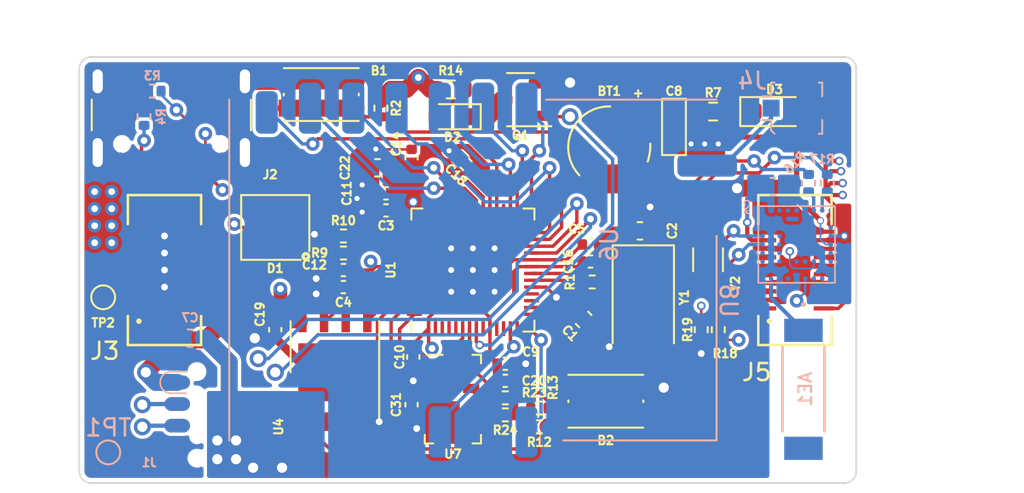
<source format=kicad_pcb>
(kicad_pcb (version 20221018) (generator pcbnew)
  (layers (0 "F.Cu" signal) (1 "In1.Cu" signal) (2 "In2.Cu" signal) (31 "B.Cu" signal) (34 "B.Paste" user) (35 "F.Paste" user) (36 "B.SilkS" user "B.Silkscreen") (37 "F.SilkS" user "F.Silkscreen") (38 "B.Mask" user) (39 "F.Mask" user) (44 "Edge.Cuts" user))
  (net 0 "")
  (net 1 "GND")
  (net 2 "Net-(U1-RUN)")
  (net 3 "Net-(B2-Pad2)")
  (net 4 "Net-(U1-XIN)")
  (net 5 "Net-(C2-Pad2)")
  (net 6 "+1V1")
  (net 7 "+3V3")
  (net 8 "+5V")
  (net 9 "/USB_D+")
  (net 10 "/USB_D-")
  (net 11 "Net-(D1-L2-Pad4)")
  (net 12 "VBUS")
  (net 13 "Net-(D1-L1-Pad6)")
  (net 14 "Net-(D2-K)")
  (net 15 "Net-(D2-A)")
  (net 16 "Net-(J2-CC1)")
  (net 18 "Net-(J2-CC2)")
  (net 20 "/D1")
  (net 21 "Net-(U1-XOUT)")
  (net 22 "Net-(U1-USB_DP)")
  (net 23 "Net-(U1-USB_DM)")
  (net 24 "/QSPI_SS")
  (net 25 "/GPS_TX")
  (net 26 "Net-(U6-TX)")
  (net 27 "/GPS_RX")
  (net 28 "Net-(U6-RX)")
  (net 29 "Net-(R18-Pad1)")
  (net 30 "Net-(R19-Pad1)")
  (net 31 "/SCL")
  (net 32 "/SDA")
  (net 33 "/QSPI_SD1")
  (net 34 "/QSPI_SD2")
  (net 35 "/QSPI_SD0")
  (net 36 "/QSPI_SCLK")
  (net 37 "/QSPI_SD3")
  (net 39 "Net-(U6-RTC_O)")
  (net 40 "Net-(U6-RTC_I)")
  (net 41 "Net-(AE1-A)")
  (net 42 "/V_BCKP")
  (net 43 "Net-(D3-K)")
  (net 44 "/SWD")
  (net 45 "/SWCLK")
  (net 50 "Net-(J4-In)")
  (net 59 "/SPI0_MISO")
  (net 60 "/SPI0_CS")
  (net 61 "/SPI0_SCK")
  (net 62 "/SPI0_MOSI")
  (net 63 "/~{RST}")
  (net 64 "/DIO1")
  (net 65 "/SW")
  (net 66 "/TXEN")
  (net 67 "/BUSY")
  (footprint "Resistor_SMD:R_0402_1005Metric" (layer "F.Cu") (at 94.4 127.2 180)
    (fp_text reference "R23")
    (fp_text value "10k")
  )
  (footprint "Rudolph_Lib:RP2040-QFN-56" (layer "F.Cu") (at 92.5 119.7 90)
    (fp_text reference "U1")
    (fp_text value "RP2040")
  )
  (footprint "Resistor_SMD:R_0603_1608Metric" (layer "F.Cu") (at 91.2 109.1)
    (fp_text reference "R14")
    (fp_text value "590")
  )
  (footprint "Diode_SMD:D_0603_1608Metric_Pad1.05x0.95mm_HandSolder" (layer "F.Cu") (at 91.3 110.7 180)
    (fp_text reference "D2")
    (fp_text value "LED")
  )
  (footprint "Resistor_SMD:R_0603_1608Metric" (layer "F.Cu") (at 106.6 110.4 180)
    (fp_text reference "R7")
    (fp_text value "1k")
  )
  (footprint "Resistor_SMD:R_0402_1005Metric" (layer "F.Cu") (at 94.4 128.2 180)
    (fp_text reference "R24")
    (fp_text value "10k")
  )
  (footprint "Resistor_SMD:R_0402_1005Metric" (layer "F.Cu") (at 96.4 128.9 180)
    (fp_text reference "R12")
    (fp_text value "1k")
  )
  (footprint "PCM_Resistor_SMD_AKL:R_0603_1608Metric_Pad0.98x0.95mm_HandSolder" (layer "F.Cu") (at 104.3 111.3 -90)
    (fp_text reference "C8")
    (fp_text value "1uF")
  )
  (footprint "Capacitor_SMD:C_0603_1608Metric" (layer "F.Cu") (at 99 122.6 135)
    (fp_text reference "C1")
    (fp_text value "22pF")
  )
  (footprint "Crystal:Crystal_SMD_5032-2Pin_5.0x3.2mm" (layer "F.Cu") (at 102.5 121.3 -90)
    (fp_text reference "Y1")
    (fp_text value "445I23D12M00000")
  )
  (footprint "Rudolph_Lib:SEIKO_ML414H_IV01E" (layer "F.Cu") (at 100.5 112.5)
    (fp_text reference "BT1")
    (fp_text value "ML414H IV01E")
  )
  (footprint "Rudolph_Lib:CON_537480208" (layer "F.Cu") (at 74.4 119.7 90)
    (fp_text reference "J3")
    (fp_text value "537480208")
  )
  (footprint "Capacitor_SMD:C_0402_1005Metric" (layer "F.Cu") (at 87.4 115.2 180)
    (fp_text reference "C11")
    (fp_text value "100nF")
  )
  (footprint "Resistor_SMD:R_0402_1005Metric" (layer "F.Cu") (at 106.9 123.2 90)
    (fp_text reference "R18")
    (fp_text value "0")
  )
  (footprint "Capacitor_SMD:C_0402_1005Metric" (layer "F.Cu") (at 99.4 119.2)
    (fp_text reference "C16")
    (fp_text value "100nF")
  )
  (footprint "Crystal:Crystal_SMD_3215-2Pin_3.2x1.5mm" (layer "F.Cu") (at 106.3 119.1 -90)
    (fp_text reference "Y2")
    (fp_text value "32.768k")
  )
  (footprint "Capacitor_SMD:C_0402_1005Metric" (layer "F.Cu") (at 84.9 120.7 180)
    (fp_text reference "C4")
    (fp_text value "100nF")
  )
  (footprint "Button_Switch_SMD:SW_Push_1P1T_NO_CK_KMR2" (layer "F.Cu") (at 100.3 127.4)
    (fp_text reference "B2")
    (fp_text value "KMR2")
  )
  (footprint "Resistor_SMD:R_0402_1005Metric" (layer "F.Cu") (at 96.4 127.8 180)
    (fp_text reference "R13")
    (fp_text value "10k")
  )
  (footprint "Capacitor_SMD:C_0603_1608Metric" (layer "F.Cu") (at 102.3 117.4)
    (fp_text reference "C2")
    (fp_text value "22pF")
  )
  (footprint "Rudolph_Lib:W25Q64JVZP" (layer "F.Cu") (at 84.4 125.7 90)
    (fp_text reference "U4")
    (fp_text value "W25Q128JVS")
  )
  (footprint "Capacitor_SMD:C_0402_1005Metric" (layer "F.Cu") (at 87.4 116.2 180)
    (fp_text reference "C3")
    (fp_text value "100nF")
  )
  (footprint "Button_Switch_SMD:SW_Push_1P1T_NO_CK_KMR2" (layer "F.Cu") (at 83.6 109.4)
    (fp_text reference "B1")
    (fp_text value "KMR2")
  )
  (footprint "Resistor_SMD:R_0402_1005Metric" (layer "F.Cu") (at 84.9 117.7 180)
    (fp_text reference "R10")
    (fp_text value "27")
  )
  (footprint "Resistor_SMD:R_0402_1005Metric" (layer "F.Cu") (at 99.5 120.4 180)
    (fp_text reference "R1")
    (fp_text value "1k")
  )
  (footprint "PCM_Package_TO_SOT_SMD_AKL:SOT-23-6" (layer "F.Cu") (at 80.9 117.2 180)
    (fp_text reference "D1")
    (fp_text value "USBLC6-2SC6" hide)
  )
  (footprint "Resistor_SMD:R_0402_1005Metric" (layer "F.Cu") (at 84.9 118.7 180)
    (fp_text reference "R9")
    (fp_text value "27")
  )
  (footprint "TestPoint:TestPoint_Pad_D1.0mm" (layer "F.Cu") (at 70.8 121.3)
    (fp_text reference "TP2")
    (fp_text value "TestPoint")
  )
  (footprint "Capacitor_SMD:C_0402_1005Metric" (layer "F.Cu") (at 92.1 113.5 135)
    (fp_text reference "C18")
    (fp_text value "100nF")
  )
  (footprint "Capacitor_SMD:C_0402_1005Metric" (layer "F.Cu") (at 88.9 113.1 90)
    (fp_text reference "C14")
    (fp_text value "100nF")
  )
  (footprint "Connector_USB:USB_C_Receptacle_GCT_USB4105-xx-A_16P_TopMnt_Horizontal" (layer "F.Cu") (at 74.8 109.7 180)
    (fp_text reference "J2")
    (fp_text value "USB_C_Receptacle_USB2.0")
  )
  (footprint "Capacitor_SMD:C_0402_1005Metric" (layer "F.Cu") (at 94.4 125.2)
    (fp_text reference "C9")
    (fp_text value "1uF")
  )
  (footprint "Capacitor_SMD:C_0402_1005Metric" (layer "F.Cu") (at 99.4 118.2)
    (fp_text reference "C5")
    (fp_text value "1uF")
  )
  (footprint "Diode_SMD:D_SOD-323_HandSoldering" (layer "F.Cu") (at 110.2 110.4)
    (fp_text reference "D3")
    (fp_text value "NSR0530HT1G")
  )
  (footprint "Capacitor_SMD:C_0603_1608Metric" (layer "F.Cu") (at 86.9 113.7 180)
    (fp_text reference "C22")
    (fp_text value "10uF")
  )
  (footprint "Capacitor_SMD:C_0402_1005Metric" (layer "F.Cu") (at 94.4 126.2)
    (fp_text reference "C20")
    (fp_text value "100nF")
  )
  (footprint "Resistor_SMD:R_0402_1005Metric" (layer "F.Cu") (at 87.1 110.2 -90)
    (fp_text reference "R2")
    (fp_text value "10k")
  )
  (footprint "Capacitor_SMD:C_0402_1005Metric" (layer "F.Cu") (at 88.9 127.6 -90)
    (fp_text reference "C31")
    (fp_text value "100nF")
  )
  (footprint "Capacitor_SMD:C_0402_1005Metric" (layer "F.Cu") (at 89 124.8 -90)
    (fp_text reference "C10")
    (fp_text value "100nF")
  )
  (footprint "Resistor_SMD:R_0402_1005Metric" (layer "F.Cu") (at 105.9 123.2 -90)
    (fp_text reference "R19")
    (fp_text value "0")
  )
  (footprint "Capacitor_SMD:C_0402_1005Metric" (layer "F.Cu") (at 84.9 119.7 180)
    (fp_text reference "C12")
    (fp_text value "100nF")
  )
  (footprint "Package_LGA:LGA-8_3x5mm_P1.25mm" (layer "F.Cu") (at 91.325 127.275)
    (fp_text reference "U7")
    (fp_text value "MS5607-02BA")
  )
  (footprint "Rudolph_Lib:CON_537480208" (layer "F.Cu") (at 111.4 119.7 90)
    (fp_text reference "J5")
    (fp_text value "537480208")
  )
  (footprint "Capacitor_SMD:C_0402_1005Metric" (layer "F.Cu") (at 80.9 123.2 -90)
    (fp_text reference "C19")
    (fp_text value "100nF")
  )
  (footprint "Package_TO_SOT_SMD:SOT-23-3" (layer "F.Cu") (at 95.3 109.7 180)
    (fp_text reference "Q1")
    (fp_text value "IRLML0060TRPBF")
  )
  (footprint "Connector_Coaxial:U.FL_Molex_MCRF_73412-0110_Vertical" (layer "B.Cu") (at 111.5 110.2 90)
    (fp_text reference "J4")
    (fp_text value "U.FL")
  )
  (footprint "TestPoint:TestPoint_Pad_D1.0mm" (layer "B.Cu") (at 71.1 130.4 180)
    (fp_text reference "TP1")
    (fp_text value "TestPoint")
  )
  (footprint "Resistor_SMD:R_0402_1005Metric" (layer "B.Cu") (at 113.3 114.6 -90)
    (fp_text reference "R17")
    (fp_text value "33")
  )
  (footprint "Rudolph_Lib:DRF1262TL" (layer "B.Cu") (at 92.5 119.7 90)
    (fp_text reference "U8")
    (fp_text value "DRF1262TL")
  )
  (footprint "Capacitor_SMD:C_0603_1608Metric" (layer "B.Cu") (at 110.1 114.8)
    (fp_text reference "C25")
    (fp_text value "100nF")
  )
  (footprint "Rudolph_Lib:SOIC_clipProgSmall" (layer "B.Cu") (at 74.4 128.2 90)
    (fp_text reference "J1")
    (fp_text value "SOICbite")
  )
  (footprint "Rudolph_Lib:MIA-M10Q" (layer "B.Cu") (at 111.5 118.2 -90)
    (fp_text reference "U6")
    (fp_text value "~")
  )
  (footprint "Resistor_SMD:R_0402_1005Metric" (layer "B.Cu") (at 112.2 114.6 -90)
    (fp_text reference "R16")
    (fp_text value "33")
  )
  (footprint "Rudolph_Lib:ANT_1575AT_JOT-M" (layer "B.Cu") (at 111.9 126.7 -90)
    (fp_text reference "AE1")
    (fp_text value "Antenna")
  )
  (footprint "Resistor_SMD:R_0402_1005Metric" (layer "B.Cu") (at 73.69 109.2 180)
    (fp_text reference "R3")
    (fp_text value "5.1k")
  )
  (footprint "Capacitor_SMD:C_0603_1608Metric" (layer "B.Cu") (at 75.9 123.7 180)
    (fp_text reference "C7")
    (fp_text value "10uF")
  )
  (footprint "Resistor_SMD:R_0402_1005Metric" (layer "B.Cu") (at 73.2 110.7 90)
    (fp_text reference "R4")
    (fp_text value "5.1k")
  )
  (gr_line (start 69.4 131.5) (end 69.4 107.9) (stroke (width 0.1)) (layer "Edge.Cuts"))
  (gr_line (start 115 107.9) (end 115 131.5) (stroke (width 0.1)) (layer "Edge.Cuts"))
  (gr_arc (start 115 131.5) (mid 114.794975 131.994975) (end 114.3 132.2) (stroke (width 0.1)) (layer "Edge.Cuts"))
  (gr_line (start 114.3 132.2) (end 70.1 132.2) (stroke (width 0.1)) (layer "Edge.Cuts"))
  (gr_arc (start 70.1 132.2) (mid 69.605025 131.994975) (end 69.4 131.5) (stroke (width 0.1)) (layer "Edge.Cuts"))
  (gr_arc (start 114.3 107.2) (mid 114.794975 107.405025) (end 115 107.9) (stroke (width 0.1)) (layer "Edge.Cuts"))
  (gr_arc (start 69.4 107.9) (mid 69.605025 107.405025) (end 70.1 107.2) (stroke (width 0.1)) (layer "Edge.Cuts"))
  (gr_line (start 70.1 107.2) (end 114.3 107.2) (stroke (width 0.1)) (layer "Edge.Cuts"))
  (segment (start 82.92 125.7) (end 84.4 125.7) (width 0.5) (layer "F.Cu") (net 1))
  (segment (start 81.525 108.625) (end 81.55 108.6) (width 1) (layer "F.Cu") (net 1))
  (segment (start 102.8 116) (end 102.9 116) (width 1) (layer "F.Cu") (net 1))
  (segment (start 78.1 113.38) (end 78.645 113.38) (width 0.5) (layer "F.Cu") (net 1))
  (segment (start 100.5 124.1) (end 99.548008 123.148008) (width 0.5) (layer "F.Cu") (net 1))
  (segment (start 86.82 112.62) (end 86.8 112.6) (width 0.15) (layer "F.Cu") (net 1))
  (segment (start 71.6 113.38) (end 71.155 113.38) (width 0.5) (layer "F.Cu") (net 1))
  (segment (start 94.88 126.2) (end 94.88 125.2) (width 0.5) (layer "F.Cu") (net 1))
  (segment (start 100.5 124.2) (end 100.5 124.1) (width 0.5) (layer "F.Cu") (net 1))
  (segment (start 99.88 118.2) (end 100.68 117.4) (width 0.5) (layer "F.Cu") (net 1))
  (segment (start 98.15 108.75) (end 98.2 108.7) (width 0.15) (layer "F.Cu") (net 1))
  (segment (start 91.760589 113.160589) (end 91.3 112.7) (width 0.15) (layer "F.Cu") (net 1))
  (segment (start 83.8 119.7) (end 84.42 119.7) (width 0.2) (layer "F.Cu") (net 1))
  (segment (start 89 125.28) (end 89 126.2) (width 0.2) (layer "F.Cu") (net 1))
  (segment (start 80.9 123.68) (end 79.72 123.68) (width 0.5) (layer "F.Cu") (net 1))
  (segment (start 100.68 117.4) (end 101.525 117.4) (width 0.5) (layer "F.Cu") (net 1))
  (segment (start 98.25 126.6) (end 102.35 126.6) (width 1) (layer "F.Cu") (net 1))
  (segment (start 96.8 120.7) (end 97.4 121.3) (width 0.2) (layer "F.Cu") (net 1))
  (segment (start 84.42 120.7) (end 83.7 120.7) (width 0.2) (layer "F.Cu") (net 1))
  (segment (start 83.7 120.7) (end 83.3 121.1) (width 0.2) (layer "F.Cu") (net 1))
  (segment (start 101.15 114.35) (end 102.8 116) (width 1) (layer "F.Cu") (net 1))
  (segment (start 80.9 123.68) (end 82.92 125.7) (width 0.5) (layer "F.Cu") (net 1))
  (segment (start 99.88 119.2) (end 99.88 118.2) (width 0.5) (layer "F.Cu") (net 1))
  (segment (start 101.525 114.725) (end 101.15 114.35) (width 1) (layer "F.Cu") (net 1))
  (segment (start 79.12 108.625) (end 81.525 108.625) (width 1) (layer "F.Cu") (net 1))
  (segment (start 82.8 117.2) (end 83.2 117.6) (width 0.5) (layer "F.Cu") (net 1))
  (segment (start 106.9 122.71) (end 105.9 123.71) (width 0.25) (layer "F.Cu") (net 1))
  (segment (start 89.2 129) (end 88.9 128.7) (width 0.2) (layer "F.Cu") (net 1))
  (segment (start 83.3 120.2) (end 83.8 119.7) (width 0.2) (layer "F.Cu") (net 1))
  (segment (start 88.9 112.62) (end 86.82 112.62) (width 0.15) (layer "F.Cu") (net 1))
  (segment (start 101.525 117.4) (end 101.525 114.725) (width 1) (layer "F.Cu") (net 1))
  (segment (start 88.9 128.7) (end 88.9 128.08) (width 0.2) (layer "F.Cu") (net 1))
  (segment (start 106.9 122.69) (end 106.9 122.71) (width 0.25) (layer "F.Cu") (net 1))
  (segment (start 105.9 123.71) (end 105.9 124.6) (width 0.25) (layer "F.Cu") (net 1))
  (segment (start 94.88 125.2) (end 95.6 125.2) (width 0.5) (layer "F.Cu") (net 1))
  (segment (start 78.645 113.38) (end 79.22 112.805) (width 0.5) (layer "F.Cu") (net 1))
  (segment (start 91.3 112.7) (end 91.1 112.7) (width 0.15) (layer "F.Cu") (net 1))
  (segment (start 81.55 108.6) (end 85.65 108.6) (width 1) (layer "F.Cu") (net 1))
  (segment (start 87 128.6) (end 86.305 128.6) (width 0.15) (layer "F.Cu") (net 1))
  (segment (start 96.4375 108.75) (end 98.15 108.75) (width 0.3) (layer "F.Cu") (net 1))
  (segment (start 79.72 123.68) (end 79.7 123.7) (width 0.15) (layer "F.Cu") (net 1))
  (segment (start 82 117.2) (end 82.8 117.2) (width 0.5) (layer "F.Cu") (net 1))
  (segment (start 71.155 113.38) (end 70.58 112.805) (width 0.5) (layer "F.Cu") (net 1))
  (segment (start 95.9375 120.7) (end 96.8 120.7) (width 0.2) (layer "F.Cu") (net 1))
  (segment (start 102.35 126.6) (end 103.7 126.6) (width 1) (layer "F.Cu") (net 1))
  (via (at 83.2 117.6) (size 0.8) (drill 0.4) (layers "F.Cu" "B.Cu") (net 1))
  (via (at 97.4 121.3) (size 0.8) (drill 0.4) (layers "F.Cu" "B.Cu") (net 1))
  (via (at 74.4 119.7) (size 0.8) (drill 0.4) (layers "F.Cu" "B.Cu") (net 1))
  (via (at 89 126.2) (size 0.8) (drill 0.4) (layers "F.Cu" "B.Cu") (net 1))
  (via (at 74.4 118.7) (size 0.8) (drill 0.4) (layers "F.Cu" "B.Cu") (net 1))
  (via (at 89.2 129) (size 0.7) (drill 0.4) (layers "F.Cu" "B.Cu") (net 1))
  (via (at 86 116.3) (size 0.5) (drill 0.3) (layers "F.Cu" "B.Cu") (net 1))
  (via (at 86.8 112.6) (size 0.5) (drill 0.3) (layers "F.Cu" "B.Cu") (net 1))
  (via (at 95.6 125.2) (size 0.8) (drill 0.4) (layers "F.Cu" "B.Cu") (net 1))
  (via (at 102.9 116) (size 0.8) (drill 0.4) (layers "F.Cu" "B.Cu") (net 1))
  (via (at 103.7 126.6) (size 1) (drill 0.6) (layers "F.Cu" "B.Cu") (net 1))
  (via (at 105.9 124.6) (size 0.8) (drill 0.4) (layers "F.Cu" "B.Cu") (net 1))
  (via (at 74.4 117.7) (size 0.8) (drill 0.4) (layers "F.Cu" "B.Cu") (net 1))
  (via (at 108 114.9) (size 0.8) (drill 0.6) (layers "F.Cu" "B.Cu") (net 1))
  (via (at 105.3 112.3) (size 0.5) (drill 0.3) (layers "F.Cu" "B.Cu") (net 1))
  (via (at 86 114.7) (size 0.5) (drill 0.3) (layers "F.Cu" "B.Cu") (net 1))
  (via (at 83.3 121.1) (size 0.8) (drill 0.4) (layers "F.Cu" "B.Cu") (net 1))
  (via (at 106.9 112.3) (size 0.5) (drill 0.3) (layers "F.Cu" "B.Cu") (net 1))
  (via (at 83.3 120.2) (size 0.8) (drill 0.4) (layers "F.Cu" "B.Cu") (net 1))
  (via (at 79.7 123.7) (size 1) (drill 0.6) (layers "F.Cu" "B.Cu") (net 1))
  (via (at 100.5 124.2) (size 0.8) (drill 0.4) (layers "F.Cu" "B.Cu") (net 1))
  (via (at 98.2 108.7) (size 1) (drill 0.6) (layers "F.Cu" "B.Cu") (net 1))
  (via (at 74.4 120.7) (size 0.8) (drill 0.4) (layers "F.Cu" "B.Cu") (net 1))
  (via (at 91.1 112.7) (size 0.5) (drill 0.3) (layers "F.Cu" "B.Cu") (net 1))
  (via (at 87 128.6) (size 0.7) (drill 0.4) (layers "F.Cu" "B.Cu") (net 1))
  (via (at 106.1 112.3) (size 0.5) (drill 0.3) (layers "F.Cu" "B.Cu") (net 1))
  (via (at 85.7 115.5) (size 0.5) (drill 0.3) (layers "F.Cu" "B.Cu") (net 1))
  (segment (start 97.7 117.2) (end 97.7 114.5) (width 0.2) (layer "F.Cu") (net 2))
  (segment (start 87.72 110.71) (end 86.16 110.71) (width 0.2) (layer "F.Cu") (net 2))
  (segment (start 88.61 111.6) (end 87.72 110.71) (width 0.2) (layer "F.Cu") (net 2))
  (segment (start 95.9375 117.9) (end 97 117.9) (width 0.2) (layer "F.Cu") (net 2))
  (segment (start 97 111.6) (end 88.61 111.6) (width 0.2) (layer "F.Cu") (net 2))
  (segment (start 97 117.9) (end 97.7 117.2) (width 0.2) (layer "F.Cu") (net 2))
  (segment (start 97.7 114.5) (end 98 114.2) (width 0.2) (layer "F.Cu") (net 2))
  (segment (start 98 112.6) (end 97 111.6) (width 0.2) (layer "F.Cu") (net 2))
  (segment (start 85.65 110.2) (end 81.55 110.2) (width 1) (layer "F.Cu") (net 2))
  (segment (start 98 114.2) (end 98 112.6) (width 0.2) (layer "F.Cu") (net 2))
  (segment (start 86.16 110.71) (end 85.65 110.2) (width 0.2) (layer "F.Cu") (net 2))
  (segment (start 97.55 128.9) (end 96.91 128.9) (width 1) (layer "F.Cu") (net 3))
  (segment (start 98.25 128.2) (end 97.55 128.9) (width 1) (layer "F.Cu") (net 3))
  (segment (start 98.25 128.2) (end 102.35 128.2) (width 1) (layer "F.Cu") (net 3))
  (segment (start 102.201992 121.351992) (end 102.5 121.65) (width 0.5) (layer "F.Cu") (net 4))
  (segment (start 102.5 121.65) (end 102.5 123.15) (width 0.5) (layer "F.Cu") (net 4))
  (segment (start 98.451992 120.951992) (end 97.8 120.3) (width 0.2) (layer "F.Cu") (net 4))
  (segment (start 99.151992 121.351992) (end 102.201992 121.351992) (width 0.5) (layer "F.Cu") (net 4))
  (segment (start 98.451992 122.051992) (end 99.151992 121.351992) (width 0.5) (layer "F.Cu") (net 4))
  (segment (start 97.8 120.3) (end 95.9375 120.3) (width 0.2) (layer "F.Cu") (net 4))
  (segment (start 98.451992 122.051992) (end 98.451992 120.951992) (width 0.2) (layer "F.Cu") (net 4))
  (segment (start 102.5 117.975) (end 102.5 119.45) (width 0.5) (layer "F.Cu") (net 5))
  (segment (start 103.075 117.4) (end 102.5 117.975) (width 0.5) (layer "F.Cu") (net 5))
  (segment (start 101.55 120.4) (end 102.5 119.45) (width 0.5) (layer "F.Cu") (net 5))
  (segment (start 100.01 120.4) (end 101.55 120.4) (width 0.5) (layer "F.Cu") (net 5))
  (segment (start 89.0625 117.9) (end 88.5 117.9) (width 0.2) (layer "F.Cu") (net 6))
  (segment (start 87.88 117.28) (end 87.88 116.2) (width 0.2) (layer "F.Cu") (net 6))
  (segment (start 86.4 120.7) (end 85.38 120.7) (width 0.2) (layer "F.Cu") (net 6))
  (segment (start 95.9375 119.1) (end 98 119.1) (width 0.2) (layer "F.Cu") (net 6))
  (segment (start 98 119.1) (end 98.9 118.2) (width 0.2) (layer "F.Cu") (net 6))
  (segment (start 89.0625 119.9) (end 87.2 119.9) (width 0.2) (layer "F.Cu") (net 6))
  (segment (start 98.9 118.2) (end 98.92 118.2) (width 0.2) (layer "F.Cu") (net 6))
  (segment (start 87.2 119.9) (end 86.4 120.7) (width 0.2) (layer "F.Cu") (net 6))
  (segment (start 89.9 117.9) (end 90.1 118.1) (width 0.2) (layer "F.Cu") (net 6))
  (segment (start 88.5 117.9) (end 87.88 117.28) (width 0.2) (layer "F.Cu") (net 6))
  (segment (start 89.0625 119.9) (end 90.3 119.9) (width 0.2) (layer "F.Cu") (net 6))
  (segment (start 95.9375 119.1) (end 94.7 119.1) (width 0.2) (layer "F.Cu") (net 6))
  (segment (start 89.0625 117.9) (end 89.9 117.9) (width 0.2) (layer "F.Cu") (net 6))
  (segment (start 93.5 123.1375) (end 93.5 124.78) (width 0.2) (layer "F.Cu") (net 7))
  (segment (start 80.9 122.72) (end 81.2 122.42) (width 0.8) (layer "F.Cu") (net 7))
  (segment (start 86.8 119.5) (end 86.5 119.2) (width 0.2) (layer "F.Cu") (net 7))
  (segment (start 90.25 126.65) (end 90.25 125.4) (width 0.3) (layer "F.Cu") (net 7))
  (segment (start 93.5 116.2625) (end 93.5 114.9) (width 0.2) (layer "F.Cu") (net 7))
  (segment (start 89.0625 119.5) (end 86.8 119.5) (width 0.2) (layer "F.Cu") (net 7))
  (segment (start 89.78 127.12) (end 88.9 127.12) (width 0.3) (layer "F.Cu") (net 7))
  (segment (start 108.6 116.9) (end 108.6 117.7) (width 0.25) (layer "F.Cu") (net 7))
  (segment (start 89.3 108.4) (end 90 109.1) (width 1) (layer "F.Cu") (net 7))
  (segment (start 98.62 119.5) (end 98.92 119.2) (width 0.2) (layer "F.Cu") (net 7))
  (segment (start 113.5 113.9) (end 113.2 114.2) (width 0.25) (layer "F.Cu") (net 7))
  (segment (start 89.0625 117.5) (end 89.0625 117.1) (width 0.2) (layer "F.Cu") (net 7))
  (segment (start 78.13 118.93) (end 78.13 119.95) (width 0.5) (layer "F.Cu") (net 7))
  (segment (start 89.3 108.4) (end 88.6 109.1) (width 1) (layer "F.Cu") (net 7))
  (segment (start 82.415 122.72) (end 82.495 122.8) (width 0.2) (layer "F.Cu") (net 7))
  (segment (start 96.4 126.9) (end 96.91 127.41) (width 0.2) (layer "F.Cu") (net 7))
  (segment (start 93.5 122.5) (end 93.2 122.2) (width 0.2) (layer "F.Cu") (net 7))
  (segment (start 76.8 123.8) (end 79.39 121.21) (width 1) (layer "F.Cu") (net 7))
  (segment (start 90.2 122.2) (end 89.9 122.5) (width 0.2) (layer "F.Cu") (net 7))
  (segment (start 94.91 128.2) (end 94.91 127.2) (width 0.5) (layer "F.Cu") (net 7))
  (segment (start 75.2 123.8) (end 76.8 123.8) (width 1) (layer "F.Cu") (net 7))
  (segment (start 76.100002 118.950002) (end 77.130002 118.950002) (width 0.25) (layer "F.Cu") (net 7))
  (segment (start 113.2 114.9) (end 113.2 115.4) (width 0.25) (layer "F.Cu") (net 7))
  (segment (start 89.17 124.32) (end 90.25 125.4) (width 0.3) (layer "F.Cu") (net 7))
  (segment (start 78.13 119.95) (end 79.39 121.21) (width 1) (layer "F.Cu") (net 7))
  (segment (start 94.91 127.2) (end 93.92 126.21) (width 0.2) (layer "F.Cu") (net 7))
  (segment (start 77.130002 118.950002) (end 77.39 119.21) (width 0.25) (layer "F.Cu") (net 7))
  (segment (start 81.2 122.42) (end 81.2 120.8) (width 0.8) (layer "F.Cu") (net 7))
  (segment (start 113.5 113.3) (end 113.2 113.6) (width 0.25) (layer "F.Cu") (net 7))
  (segment (start 89.0625 119.1) (end 89.0625 119.5) (width 0.2) (layer "F.Cu") (net 7))
  (segment (start 113.3 115.3) (end 113.2 115.4) (width 0.25) (layer "F.Cu") (net 7))
  (segment (start 93.2 122.2) (end 90.2 122.2) (width 0.2) (layer "F.Cu") (net 7))
  (segment (start 108.850001 117.950001) (end 109.700001 117.950001) (width 0.25) (layer "F.Cu") (net 7))
  (segment (start 93.92 125.2) (end 93.92 126.2) (width 0.5) (layer "F.Cu") (net 7))
  (segment (start 89.9 123.1375) (end 89 124.0375) (width 0.2) (layer "F.Cu") (net 7))
  (segment (start 89.9 122.5) (end 89.9 123.1375) (width 0.2) (layer "F.Cu") (net 7))
  (segment (start 93.5 123.1375) (end 93.5 122.5) (width 0.2) (layer "F.Cu") (net 7))
  (segment (start 88.6 109.1) (end 87.69 109.1) (width 1) (layer "F.Cu") (net 7))
  (segment (start 114.2 114.6) (end 113.5 114.6) (width 0.25) (layer "F.Cu") (net 7))
  (segment (start 93.5 114.9) (end 92.439411 113.839411) (width 0.2) (layer "F.Cu") (net 7))
  (segment (start 89 124.0375) (end 89 124.32) (width 0.2) (layer "F.Cu") (net 7))
  (segment (start 95.9375 119.5) (end 95.2 119.5) (width 0.2) (layer "F.Cu") (net 7))
  (segment (start 114.2 115.3) (end 113.3 115.3) (width 0.25) (layer "F.Cu") (net 7))
  (segment (start 113.2 111.2) (end 113.2 113.6) (width 0.25) (layer "F.Cu") (net 7))
  (segment (start 113.2 115.4) (end 114 116.2) (width 0.25) (layer "F.Cu") (net 7))
  (segment (start 95.2 119.5) (end 94.9 119.8) (width 0.2) (layer "F.Cu") (net 7))
  (segment (start 113.100002 121.950001) (end 113.949999 121.950001) (width 0.2) (layer "F.Cu") (net 7))
  (segment (start 113.5 114.6) (end 113.2 114.9) (width 0.25) (layer "F.Cu") (net 7))
  (segment (start 112.4 110.4) (end 113.2 111.2) (width 0.25) (layer "F.Cu") (net 7))
  (segment (start 113.2 114.2) (end 113.2 114.9) (width 0.25) (layer "F.Cu") (net 7))
  (segment (start 94.9 121.1) (end 93.5 122.5) (width 0.2) (layer "F.Cu") (net 7))
  (segment (start 113.2 113.6) (end 113.2 114.2) (width 0.25) (layer "F.Cu") (net 7))
  (segment (start 79.39 121.21) (end 80.9 122.72) (width 0.8) (layer "F.Cu") (net 7))
  (segment (start 108.6 117.7) (end 108.850001 117.950001) (width 0.25) (layer "F.Cu") (net 7))
  (segment (start 77.39 119.21) (end 78.13 119.95) (width 0.5) (layer "F.Cu") (net 7))
  (segment (start 90.25 126.65) (end 89.78 127.12) (width 0.3) (layer "F.Cu") (net 7))
  (segment (start 113.949999 121.950001) (end 114.4 121.5) (width 0.2) (layer "F.Cu") (net 7))
  (segment (start 73.3 125.7) (end 75.2 123.8) (width 1) (layer "F.Cu") (net 7))
  (segment (start 90 109.1) (end 90.375 109.1) (width 1) (layer "F.Cu") (net 7))
  (segment (start 114 113.3) (end 113.5 113.3) (width 0.25) (layer "F.Cu") (net 7))
  (segment (start 76.100002 117.950001) (end 77.150001 117.950001) (width 0.25) (layer "F.Cu") (net 7))
  (segment (start 89 124.32) (end 89.17 124.32) (width 0.2) (layer "F.Cu") (net 7))
  (segment (start 93.5 124.78) (end 93.92 125.2) (width 0.2) (layer "F.Cu") (net 7))
  (segment (start 114 116.2) (end 114 116.4) (width 0.25) (layer "F.Cu") (net 7))
  (segment (start 93.92 126.21) (end 93.92 126.2) (width 0.2) (layer "F.Cu") (net 7))
  (segment (start 94.91 127.2) (end 95.21 126.9) (width 0.2) (layer "F.Cu") (net 7))
  (segment (start 77.150001 117.950001) (end 77.4 118.2) (width 0.25) (layer "F.Cu") (net 7))
  (segment (start 86.6 119.7) (end 85.38 119.7) (width 0.2) (layer "F.Cu") (net 7))
  (segment (start 87.69 109.1) (end 87.1 109.69) (width 1) (layer "F.Cu") (net 7))
  (segment (start 89.9 123.1375) (end 89.9 124.1) (width 0.2) (layer "F.Cu") (net 7))
  (segment (start 80.9 122.72) (end 82.415 122.72) (width 0.8) (layer "F.Cu") (net 7))
  (segment (start 96.91 127.41) (end 96.91 127.8) (width 0.2) (layer "F.Cu") (net 7))
  (segment (start 94.9 119.8) (end 94.9 121.1) (width 0.2) (layer "F.Cu") (net 7))
  (segment (start 89.9 124.1) (end 90.1 124.3) (width 0.2) (layer "F.Cu") (net 7))
  (segment (start 111.45 110.4) (end 112.4 110.4) (width 0.25) (layer "F.Cu") (net 7))
  (segment (start 77.4 118.2) (end 78.13 118.93) (width 0.5) (layer "F.Cu") (net 7))
  (segment (start 114.1 113.9) (end 113.5 113.9) (width 0.25) (layer "F.Cu") (net 7))
  (segment (start 95.9375 119.5) (end 98.62 119.5) (width 0.2) (layer "F.Cu") (net 7))
  (segment (start 86.8 119.5) (end 86.6 119.7) (width 0.2) (layer "F.Cu") (net 7))
  (segment (start 95.21 126.9) (end 96.4 126.9) (width 0.2) (layer "F.Cu") (net 7))
  (segment (start 76.100002 119.95) (end 78.13 119.95) (width 0.25) (layer "F.Cu") (net 7))
  (via (at 90.1 124.3) (size 0.8) (drill 0.4) (layers "F.Cu" "B.Cu") (net 7))
  (via (at 89 115.7) (size 0.6) (drill 0.4) (layers "F.Cu" "B.Cu") (net 7))
  (via (at 108.6 116.9) (size 0.5) (drill 0.3) (layers "F.Cu" "B.Cu") (net 7))
  (via (at 114.2 114.6) (size 0.5) (drill 0.3) (layers "F.Cu" "B.Cu") (net 7))
  (via (at 86.5 119.2) (size 0.8) (drill 0.4) (layers "F.Cu" "B.Cu") (net 7))
  (via (at 114.1 113.9) (size 0.5) (drill 0.3) (layers "F.Cu" "B.Cu") (net 7))
  (via (at 73.3 125.7) (size 1) (drill 0.6) (layers "F.Cu" "B.Cu") (net 7))
  (via (at 81.2 120.8) (size 0.8) (drill 0.4) (layers "F.Cu" "B.Cu") (net 7))
  (via (at 114.3 117.7) (size 0.5) (drill 0.3) (layers "F.Cu" "B.Cu") (net 7))
  (via (at 114.2 115.3) (size 0.5) (drill 0.3) (layers "F.Cu" "B.Cu") (net 7))
  (via (at 89.3 108.4) (size 0.8) (drill 0.4) (layers "F.Cu" "B.Cu") (net 7))
  (via (at 114 113.3) (size 0.5) (drill 0.3) (layers "F.Cu" "B.Cu") (net 7))
  (segment (start 113.5 117.7) (end 114.3 117.7) (width 0.2) (layer "B.Cu") (net 7))
  (segment (start 73.895 126.295) (end 73.3 125.7) (width 1) (layer "B.Cu") (net 7))
  (segment (start 75.15 126.295) (end 73.895 126.295) (width 1) (layer "B.Cu") (net 7))
  (segment (start 108.6 116.9) (end 108.6 115.525) (width 0.25) (layer "B.Cu") (net 7))
  (segment (start 108.6 115.525) (end 109.325 114.8) (width 0.25) (layer "B.Cu") (net 7))
  (via (at 79.6 131.3) (size 1) (drill 0.6) (layers "F.Cu" "B.Cu") (net 8))
  (via (at 81.3 131.3) (size 1) (drill 0.6) (layers "F.Cu" "B.Cu") (net 8))
  (via (at 77.5 130.8) (size 1) (drill 0.6) (layers "F.Cu" "B.Cu") (net 8))
  (via (at 78.6 130.8) (size 1) (drill 0.6) (layers "F.Cu" "B.Cu") (net 8))
  (via (at 77.5 129.7) (size 1) (drill 0.6) (layers "F.Cu" "B.Cu") (net 8))
  (via (at 78.6 129.7) (size 1) (drill 0.6) (layers "F.Cu" "B.Cu") (net 8))
  (segment (start 78.2 125.1) (end 78.2 127) (width 1) (layer "B.Cu") (net 8))
  (segment (start 76.675 123.7) (end 76.8 123.7) (width 1) (layer "B.Cu") (net 8))
  (segment (start 78.2 127) (end 80.4 129.2) (width 1) (layer "B.Cu") (net 8))
  (segment (start 76.8 123.7) (end 78.2 125.1) (width 1) (layer "B.Cu") (net 8))
  (segment (start 82.25 118.4) (end 84.09 118.4) (width 0.286) (layer "F.Cu") (net 9))
  (segment (start 82 118.15) (end 82.25 118.4) (width 0.286) (layer "F.Cu") (net 9))
  (segment (start 84.09 118.4) (end 84.39 118.7) (width 0.286) (layer "F.Cu") (net 9))
  (segment (start 82 116.25) (end 82.94 116.25) (width 0.286) (layer "F.Cu") (net 10))
  (segment (start 82.94 116.25) (end 84.39 117.7) (width 0.286) (layer "F.Cu") (net 10))
  (segment (start 74.8 112.2) (end 75.3 112.2) (width 0.286) (layer "F.Cu") (net 11))
  (segment (start 74.55 113.38) (end 74.55 112.45) (width 0.286) (layer "F.Cu") (net 11))
  (segment (start 74.55 112.45) (end 74.8 112.2) (width 0.286) (layer "F.Cu") (net 11))
  (segment (start 75.55 112.45) (end 75.55 113.38) (width 0.286) (layer "F.Cu") (net 11))
  (segment (start 75.3 112.2) (end 75.55 112.45) (width 0.286) (layer "F.Cu") (net 11))
  (segment (start 75.55 114.35) (end 75.55 113.38) (width 0.286) (layer "F.Cu") (net 11))
  (segment (start 79.8 116.25) (end 77.45 116.25) (width 0.286) (layer "F.Cu") (net 11))
  (segment (start 77.45 116.25) (end 75.55 114.35) (width 0.286) (layer "F.Cu") (net 11))
  (segment (start 77.15 120.95) (end 77.3 121.1) (width 0.25) (layer "F.Cu") (net 12))
  (segment (start 77.3 121.1) (end 77.3 121.7) (width 0.25) (layer "F.Cu") (net 12))
  (segment (start 76.8 112.3) (end 77.2 112.7) (width 0.15) (layer "F.Cu") (net 12))
  (segment (start 77.3 113.38) (end 77.3 114.5) (width 0.2) (layer "F.Cu") (net 12))
  (segment (start 77.3 121.7) (end 77.049999 121.950001) (width 0.25) (layer "F.Cu") (net 12))
  (segment (start 79.8 117.2) (end 78.7 117.2) (width 0.2) (layer "F.Cu") (net 12))
  (segment (start 77.2 112.7) (end 77.2 113.38) (width 0.15) (layer "F.Cu") (net 12))
  (segment (start 78.7 117.2) (end 78.5 117) (width 0.2) (layer "F.Cu") (net 12))
  (segment (start 77.3 114.5) (end 77.8 115) (width 0.2) (layer "F.Cu") (net 12))
  (segment (start 76.8 111.7) (end 76.8 112.3) (width 0.15) (layer "F.Cu") (net 12))
  (segment (start 76.100002 120.95) (end 77.15 120.95) (width 0.25) (layer "F.Cu") (net 12))
  (segment (start 77.049999 121.950001) (end 76.100002 121.950001) (width 0.25) (layer "F.Cu") (net 12))
  (via (at 70.3 118.1) (size 0.8) (drill 0.4) (layers "F.Cu" "B.Cu") (net 12))
  (via (at 71.3 118.1) (size 0.8) (drill 0.4) (layers "F.Cu" "B.Cu") (net 12))
  (via (at 78.5 117) (size 0.8) (drill 0.4) (layers "F.Cu" "B.Cu") (net 12))
  (via (at 71.3 117.1) (size 0.8) (drill 0.4) (layers "F.Cu" "B.Cu") (net 12))
  (via (at 70.3 117.1) (size 0.8) (drill 0.4) (layers "F.Cu" "B.Cu") (net 12))
  (via (at 71.3 116.1) (size 0.8) (drill 0.4) (layers "F.Cu" "B.Cu") (net 12))
  (via (at 70.3 116.1) (size 0.8) (drill 0.4) (layers "F.Cu" "B.Cu") (net 12))
  (via (at 70.3 115.1) (size 0.8) (drill 0.4) (layers "F.Cu" "B.Cu") (net 12))
  (via (at 71.3 115.1) (size 0.8) (drill 0.4) (layers "F.Cu" "B.Cu") (net 12))
  (via (at 77.8 115) (size 0.8) (drill 0.4) (layers "F.Cu" "B.Cu") (net 12))
  (via (at 76.8 111.7) (size 0.8) (drill 0.4) (layers "F.Cu" "B.Cu") (net 12))
  (segment (start 74.05 114.35) (end 74.65 114.95) (width 0.286) (layer "F.Cu") (net 13))
  (segment (start 78.35 118.15) (end 75.15 114.95) (width 0.286) (layer "F.Cu") (net 13))
  (segment (start 79.8 118.15) (end 78.35 118.15) (width 0.286) (layer "F.Cu") (net 13))
  (segment (start 75.05 114.85) (end 75.05 113.38) (width 0.286) (layer "F.Cu") (net 13))
  (segment (start 75.15 114.95) (end 75.05 114.85) (width 0.2) (layer "F.Cu") (net 13))
  (segment (start 74.65 114.95) (end 75.15 114.95) (width 0.286) (layer "F.Cu") (net 13))
  (segment (start 74.05 113.38) (end 74.05 114.35) (width 0.286) (layer "F.Cu") (net 13))
  (segment (start 94.1625 109.7) (end 94.1625 109.9375) (width 1) (layer "F.Cu") (net 14))
  (segment (start 93.4 110.7) (end 92.175 110.7) (width 1) (layer "F.Cu") (net 14))
  (segment (start 94.1625 109.9375) (end 93.4 110.7) (width 1) (layer "F.Cu") (net 14))
  (segment (start 92.025 109.1) (end 90.425 110.7) (width 0.25) (layer "F.Cu") (net 15))
  (segment (start 76.05 113.38) (end 76.05 111.25) (width 0.15) (layer "F.Cu") (net 16))
  (segment (start 76.05 111.25) (end 75.1 110.3) (width 0.15) (layer "F.Cu") (net 16))
  (via (at 75.1 110.3) (size 0.8) (drill 0.4) (layers "F.Cu" "B.Cu") (net 16))
  (segment (start 75.1 110.3) (end 74.2 109.4) (width 0.15) (layer "B.Cu") (net 16))
  (segment (start 74.2 109.4) (end 74.2 109.2) (width 0.15) (layer "B.Cu") (net 16))
  (segment (start 73.05 112.25) (end 73.05 113.38) (width 0.2) (layer "F.Cu") (net 18))
  (segment (start 73.2 112.1) (end 73.05 112.25) (width 0.2) (layer "F.Cu") (net 18))
  (via (at 73.2 112.1) (size 0.8) (drill 0.4) (layers "F.Cu" "B.Cu") (net 18))
  (segment (start 73.2 112.1) (end 73.2 111.21) (width 0.2) (layer "B.Cu") (net 18))
  (segment (start 98.2 110.7) (end 96.4875 110.7) (width 0.2) (layer "F.Cu") (net 20))
  (segment (start 96.4875 110.7) (end 96.4375 110.65) (width 0.2) (layer "F.Cu") (net 20))
  (segment (start 92.7 123.9) (end 92.7 123.1375) (width 0.2) (layer "F.Cu") (net 20))
  (segment (start 92.9 124.1) (end 92.7 123.9) (width 0.2) (layer "F.Cu") (net 20))
  (via (at 92.9 124.1) (size 0.5) (drill 0.3) (layers "F.Cu" "B.Cu") (net 20))
  (via (at 98.2 110.7) (size 1) (drill 0.6) (layers "F.Cu" "B.Cu") (net 20))
  (segment (start 100.7 113.2) (end 98.2 110.7) (width 0.2) (layer "B.Cu") (net 20))
  (segment (start 100.7 117) (end 100.7 113.2) (width 0.2) (layer "B.Cu") (net 20))
  (segment (start 93.6 124.1) (end 100.7 117) (width 0.2) (layer "B.Cu") (net 20))
  (segment (start 92.9 124.1) (end 93.6 124.1) (width 0.2) (layer "B.Cu") (net 20))
  (segment (start 98.49 119.9) (end 98.99 120.4) (width 0.2) (layer "F.Cu") (net 21))
  (segment (start 95.9375 119.9) (end 98.49 119.9) (width 0.2) (layer "F.Cu") (net 21))
  (segment (start 87.4 118.7) (end 87.1 118.4) (width 0.286) (layer "F.Cu") (net 22))
  (segment (start 85.71 118.4) (end 85.41 118.7) (width 0.286) (layer "F.Cu") (net 22))
  (segment (start 87.1 118.4) (end 85.71 118.4) (width 0.286) (layer "F.Cu") (net 22))
  (segment (start 89.0625 118.7) (end 87.4 118.7) (width 0.2) (layer "F.Cu") (net 22))
  (segment (start 88.1 118.3) (end 87.8 118) (width 0.2) (layer "F.Cu") (net 23))
  (segment (start 87.8 118) (end 87.5 117.7) (width 0.286) (layer "F.Cu") (net 23))
  (segment (start 89.0625 118.3) (end 88.1 118.3) (width 0.2) (layer "F.Cu") (net 23))
  (segment (start 87.5 117.7) (end 85.41 117.7) (width 0.286) (layer "F.Cu") (net 23))
  (segment (start 86.8 130.1) (end 83.995 130.1) (width 0.2) (layer "F.Cu") (net 24))
  (segment (start 88.2 129.2) (end 87.3 130.1) (width 0.2) (layer "F.Cu") (net 24))
  (segment (start 95.89 129.51) (end 95.89 128.9) (width 0.2) (layer "F.Cu") (net 24))
  (segment (start 87.3 130.1) (end 87.4 130.2) (width 0.2) (layer "F.Cu") (net 24))
  (segment (start 88.2 123.1625) (end 88.2 129.2) (width 0.2) (layer "F.Cu") (net 24))
  (segment (start 89.0625 122.3) (end 88.2 123.1625) (width 0.2) (layer "F.Cu") (net 24))
  (segment (start 95.2 130.2) (end 95.89 129.51) (width 0.2) (layer "F.Cu") (net 24))
  (segment (start 87.4 130.2) (end 95.2 130.2) (width 0.2) (layer "F.Cu") (net 24))
  (segment (start 87.3 130.1) (end 86.8 130.1) (width 0.2) (layer "F.Cu") (net 24))
  (segment (start 83.995 130.1) (end 82.495 128.6) (width 0.2) (layer "F.Cu") (net 24))
  (segment (start 95.89 128.9) (end 95.89 127.8) (width 0.2) (layer "F.Cu") (net 24))
  (segment (start 104.6 115.5) (end 104.6 124.5) (width 0.2) (layer "F.Cu") (net 25))
  (segment (start 109 113.3) (end 106.8 113.3) (width 0.2) (layer "F.Cu") (net 25))
  (segment (start 106.8 113.3) (end 104.6 115.5) (width 0.2) (layer "F.Cu") (net 25))
  (segment (start 104.6 124.5) (end 104.2 124.9) (width 0.2) (layer "F.Cu") (net 25))
  (segment (start 104.2 124.9) (end 99.9 124.9) (width 0.2) (layer "F.Cu") (net 25))
  (segment (start 96.9 121.9) (end 95.9375 121.9) (width 0.2) (layer "F.Cu") (net 25))
  (segment (start 99.9 124.9) (end 96.9 121.9) (width 0.2) (layer "F.Cu") (net 25))
  (via (at 109 113.3) (size 0.8) (drill 0.4) (layers "F.Cu" "B.Cu") (net 25))
  (segment (start 109.5 113.8) (end 111.91 113.8) (width 0.2) (layer "B.Cu") (net 25))
  (segment (start 109 113.3) (end 109.5 113.8) (width 0.2) (layer "B.Cu") (net 25))
  (segment (start 111.91 113.8) (end 112.2 114.09) (width 0.2) (layer "B.Cu") (net 25))
  (segment (start 112.5 115.41) (end 112.2 115.11) (width 0.2) (layer "B.Cu") (net 26))
  (segment (start 112.5 116.2) (end 112.5 115.41) (width 0.2) (layer "B.Cu") (net 26))
  (segment (start 109.3 114) (end 106.8 114) (width 0.2) (layer "F.Cu") (net 27))
  (segment (start 99.6 125.4) (end 96.5 122.3) (width 0.2) (layer "F.Cu") (net 27))
  (segment (start 96.5 122.3) (end 95.9375 122.3) (width 0.2) (layer "F.Cu") (net 27))
  (segment (start 106.8 114) (end 105 115.8) (width 0.2) (layer "F.Cu") (net 27))
  (segment (start 105 115.8) (end 105 124.8) (width 0.2) (layer "F.Cu") (net 27))
  (segment (start 104.4 125.4) (end 99.6 125.4) (width 0.2) (layer "F.Cu") (net 27))
  (segment (start 105 124.8) (end 104.4 125.4) (width 0.2) (layer "F.Cu") (net 27))
  (segment (start 110.2 113.1) (end 109.3 114) (width 0.2) (layer "F.Cu") (net 27))
  (via (at 110.2 113.1) (size 0.8) (drill 0.4) (layers "F.Cu" "B.Cu") (net 27))
  (segment (start 112.31 113.1) (end 113.3 114.09) (width 0.2) (layer "B.Cu") (net 27))
  (segment (start 110.2 113.1) (end 112.31 113.1) (width 0.2) (layer "B.Cu") (net 27))
  (segment (start 113 116.2) (end 113 115.41) (width 0.2) (layer "B.Cu") (net 28))
  (segment (start 113 115.41) (end 113.3 115.11) (width 0.2) (layer "B.Cu") (net 28))
  (segment (start 108.1 123.8) (end 106.99 123.8) (width 0.15) (layer "F.Cu") (net 29))
  (segment (start 106.99 123.8) (end 106.9 123.71) (width 0.15) (layer "F.Cu") (net 29))
  (via (at 108.1 123.8) (size 0.8) (drill 0.4) (layers "F.Cu" "B.Cu") (net 29))
  (via (at 111.5 121.5) (size 0.8) (drill 0.4) (layers "F.Cu" "B.Cu") (net 29))
  (segment (start 112 121) (end 112 120.2) (width 0.15) (layer "B.Cu") (net 29))
  (segment (start 111.5 121.5) (end 112 121) (width 0.15) (layer "B.Cu") (net 29))
  (segment (start 105.9 121.8) (end 105.9 122.69) (width 0.15) (layer "F.Cu") (net 30))
  (via (at 105.9 121.8) (size 0.5) (drill 0.3) (layers "F.Cu" "B.Cu") (net 30))
  (via (at 111.1 118.6) (size 0.5) (drill 0.3) (layers "F.Cu" "B.Cu") (net 30))
  (segment (start 112.5 119.2) (end 112.5 119.5) (width 0.1) (layer "B.Cu") (net 30))
  (segment (start 111.3 119.6) (end 111.1 119.4) (width 0.1) (layer "B.Cu") (net 30))
  (segment (start 112.5 119.5) (end 112.4 119.6) (width 0.1) (layer "B.Cu") (net 30))
  (segment (start 112.4 119.6) (end 111.3 119.6) (width 0.1) (layer "B.Cu") (net 30))
  (segment (start 111.1 119.4) (end 111.1 118.6) (width 0.1) (layer "B.Cu") (net 30))
  (segment (start 93.6 127.2) (end 93.3 126.9) (width 0.2) (layer "F.Cu") (net 31))
  (segment (start 91.9 124.3) (end 91.9 124.9) (width 0.2) (layer "F.Cu") (net 31))
  (segment (start 93.3 126.3) (end 92.4 125.4) (width 0.2) (layer "F.Cu") (net 31))
  (segment (start 92.3 123.9) (end 91.9 124.3) (width 0.2) (layer "F.Cu") (net 31))
  (segment (start 92.3 123.1375) (end 92.3 123.9) (width 0.2) (layer "F.Cu") (net 31))
  (segment (start 93.3 126.9) (end 93.3 126.3) (width 0.2) (layer "F.Cu") (net 31))
  (segment (start 93.89 127.2) (end 93.6 127.2) (width 0.2) (layer "F.Cu") (net 31))
  (segment (start 91.9 124.9) (end 92.4 125.4) (width 0.2) (layer "F.Cu") (net 31))
  (segment (start 93.89 128.2) (end 92.4 126.71) (width 0.2) (layer "F.Cu") (net 32))
  (segment (start 91.4 124.2) (end 91.4 125.7) (width 0.2) (layer "F.Cu") (net 32))
  (segment (start 91.9 123.1375) (end 91.9 123.7) (width 0.2) (layer "F.Cu") (net 32))
  (segment (start 92.35 126.65) (end 92.4 126.65) (width 0.2) (layer "F.Cu") (net 32))
  (segment (start 92.4 126.71) (end 92.4 126.65) (width 0.2) (layer "F.Cu") (net 32))
  (segment (start 91.9 123.7) (end 91.4 124.2) (width 0.2) (layer "F.Cu") (net 32))
  (segment (start 91.4 125.7) (end 92.35 126.65) (width 0.2) (layer "F.Cu") (net 32))
  (segment (start 87.7 129) (end 87.7 122.7) (width 0.2) (layer "F.Cu") (net 33))
  (segment (start 83.765 128.6) (end 84.765 129.6) (width 0.2) (layer "F.Cu") (net 33))
  (segment (start 87.1 129.6) (end 87.7 129) (width 0.2) (layer "F.Cu") (net 33))
  (segment (start 84.765 129.6) (end 87.1 129.6) (width 0.2) (layer "F.Cu") (net 33))
  (segment (start 88.5 121.9) (end 89.0625 121.9) (width 0.2) (layer "F.Cu") (net 33))
  (segment (start 87.7 122.7) (end 88.5 121.9) (width 0.2) (layer "F.Cu") (net 33))
  (segment (start 85.8 127.7) (end 86.7 127.7) (width 0.2) (layer "F.Cu") (net 34))
  (segment (start 86.9 127.5) (end 86.9 122.7) (width 0.2) (layer "F.Cu") (net 34))
  (segment (start 86.7 127.7) (end 86.9 127.5) (width 0.2) (layer "F.Cu") (net 34))
  (segment (start 85.035 128.465) (end 85.8 127.7) (width 0.2) (layer "F.Cu") (net 34))
  (segment (start 88.1 121.5) (end 89.0625 121.5) (width 0.2) (layer "F.Cu") (net 34))
  (segment (start 86.9 122.7) (end 88.1 121.5) (width 0.2) (layer "F.Cu") (net 34))
  (segment (start 85.035 128.6) (end 85.035 128.465) (width 0.2) (layer "F.Cu") (net 34))
  (segment (start 86.305 122.8) (end 86.305 122.695) (width 0.2) (layer "F.Cu") (net 35))
  (segment (start 87.9 121.1) (end 89.0625 121.1) (width 0.2) (layer "F.Cu") (net 35))
  (segment (start 86.305 122.695) (end 87.9 121.1) (width 0.2) (layer "F.Cu") (net 35))
  (segment (start 85.4 121.8) (end 86.6 121.8) (width 0.2) (layer "F.Cu") (net 36))
  (segment (start 85.035 122.8) (end 85.035 122.165) (width 0.2) (layer "F.Cu") (net 36))
  (segment (start 87.7 120.7) (end 89.0625 120.7) (width 0.2) (layer "F.Cu") (net 36))
  (segment (start 85.035 122.165) (end 85.4 121.8) (width 0.2) (layer "F.Cu") (net 36))
  (segment (start 86.6 121.8) (end 87.7 120.7) (width 0.2) (layer "F.Cu") (net 36))
  (segment (start 87.4 120.3) (end 89.0625 120.3) (width 0.2) (layer "F.Cu") (net 37))
  (segment (start 85.165 121.4) (end 86.3 121.4) (width 0.2) (layer "F.Cu") (net 37))
  (segment (start 86.3 121.4) (end 87.4 120.3) (width 0.2) (layer "F.Cu") (net 37))
  (segment (start 83.765 122.8) (end 85.165 121.4) (width 0.2) (layer "F.Cu") (net 37))
  (segment (start 106.3 120.35) (end 106.55 120.35) (width 0.2) (layer "F.Cu") (net 39))
  (segment (start 106.55 120.35) (end 108.1 118.8) (width 0.2) (layer "F.Cu") (net 39))
  (via (at 108.1 118.8) (size 0.8) (drill 0.4) (layers "F.Cu" "B.Cu") (net 39))
  (segment (start 108.1 118.8) (end 108.7 118.2) (width 0.2) (layer "B.Cu") (net 39))
  (segment (start 108.7 118.2) (end 109.5 118.2) (width 0.2) (layer "B.Cu") (net 39))
  (segment (start 107.8 117.4) (end 107.35 117.85) (width 0.2) (layer "F.Cu") (net 40))
  (segment (start 107.35 117.85) (end 106.3 117.85) (width 0.2) (layer "F.Cu") (net 40))
  (via (at 107.8 117.4) (size 0.8) (drill 0.4) (layers "F.Cu" "B.Cu") (net 40))
  (segment (start 108.1 117.7) (end 109.5 117.7) (width 0.2) (layer "B.Cu") (net 40))
  (segment (start 107.8 117.4) (end 108.1 117.7) (width 0.2) (layer "B.Cu") (net 40))
  (segment (start 110 120.2) (end 110 120.6) (width 0.15) (layer "B.Cu") (net 41))
  (segment (start 110 121.337299) (end 111.9 123.237299) (width 0.238) (layer "B.Cu") (net 41))
  (segment (start 110 120.6) (end 110 121.337299) (width 0.238) (layer "B.Cu") (net 41))
  (segment (start 102.6125 110.3875) (end 102.6 110.4) (width 0.1) (layer "F.Cu") (net 42))
  (segment (start 111 111.9) (end 107.5 111.9) (width 0.3) (layer "F.Cu") (net 42))
  (segment (start 112.9 116.8) (end 111.5 115.4) (width 0.3) (layer "F.Cu") (net 42))
  (segment (start 105.7625 110.3875) (end 105.775 110.4) (width 1) (layer "F.Cu") (net 42))
  (segment (start 106 110.4) (end 105.775 110.4) (width 0.3) (layer "F.Cu") (net 42))
  (segment (start 111.5 112.4) (end 111 111.9) (width 0.3) (layer "F.Cu") (net 42))
  (segment (start 104.3 110.3875) (end 102.6125 110.3875) (width 1) (layer "F.Cu") (net 42))
  (segment (start 104.3 110.3875) (end 105.7625 110.3875) (width 1) (layer "F.Cu") (net 42))
  (segment (start 107.5 111.9) (end 106 110.4) (width 0.3) (layer "F.Cu") (net 42))
  (segment (start 111.5 115.4) (end 111.5 112.4) (width 0.3) (layer "F.Cu") (net 42))
  (via (at 112.9 116.8) (size 0.41) (drill 0.3) (layers "F.Cu" "B.Cu") (net 42))
  (segment (start 112.9 117.9) (end 113.2 118.2) (width 0.1) (layer "B.Cu") (net 42))
  (segment (start 113.2 118.2) (end 113.5 118.2) (width 0.1) (layer "B.Cu") (net 42))
  (segment (start 112.9 116.8) (end 112.9 117.9) (width 0.1) (layer "B.Cu") (net 42))
  (segment (start 108.95 110.4) (end 107.425 110.4) (width 0.8) (layer "F.Cu") (net 43))
  (segment (start 97.2 118.3) (end 95.9375 118.3) (width 0.2) (layer "F.Cu") (net 44))
  (segment (start 98.6 116.9) (end 97.2 118.3) (width 0.2) (layer "F.Cu") (net 44))
  (segment (start 98.6 115.8) (end 98.6 116.9) (width 0.2) (layer "F.Cu") (net 44))
  (via (at 79.9 124.9) (size 1) (drill 0.6) (layers "F.Cu" "B.Cu") (net 44))
  (via (at 73.1 127.6) (size 1) (drill 0.6) (layers "F.Cu" "B.Cu") (net 44))
  (via (at 98.6 115.8) (size 0.8) (drill 0.4) (layers "F.Cu" "B.Cu") (net 44))
  (segment (start 73.135 127.565) (end 73.1 127.6) (width 0.25) (layer "B.Cu") (net 44))
  (segment (start 80.5 124.9) (end 82.8 122.6) (width 0.2) (layer "B.Cu") (net 44))
  (segment (start 82.8 122.6) (end 83.5 122.6) (width 0.2) (layer "B.Cu") (net 44))
  (segment (start 75.15 127.565) (end 73.135 127.565) (width 0.25) (layer "B.Cu") (net 44))
  (segment (start 95.1 120.9) (end 93.4 122.6) (width 0.2) (layer "B.Cu") (net 44))
  (segment (start 98.6 115.8) (end 95.1 119.3) (width 0.2) (layer "B.Cu") (net 44))
  (segment (start 93.4 122.6) (end 83.5 122.6) (width 0.2) (layer "B.Cu") (net 44))
  (segment (start 79.9 124.9) (end 80.5 124.9) (width 0.2) (layer "B.Cu") (net 44))
  (segment (start 95.1 119.3) (end 95.1 120.9) (width 0.2) (layer "B.Cu") (net 44))
  (segment (start 99.4 116.7) (end 97.4 118.7) (width 0.2) (layer "F.Cu") (net 45))
  (segment (start 97.4 118.7) (end 95.9375 118.7) (width 0.2) (layer "F.Cu") (net 45))
  (via (at 99.4 116.7) (size 0.8) (drill 0.4) (layers "F.Cu" "B.Cu") (net 45))
  (via (at 73.1 128.9) (size 1) (drill 0.6) (layers "F.Cu" "B.Cu") (net 45))
  (via (at 80.9 125.7) (size 1) (drill 0.6) (layers "F.Cu" "B.Cu") (net 45))
  (segment (start 99.4 116.7) (end 99.4 117.2) (width 0.2) (layer "B.Cu") (net 45))
  (segment (start 93.1 123.5) (end 83.4 123.5) (width 0.2) (layer "B.Cu") (net 45))
  (segment (start 99.4 117.2) (end 93.1 123.5) (width 0.2) (layer "B.Cu") (net 45))
  (segment (start 73.165 128.835) (end 73.1 128.9) (width 0.25) (layer "B.Cu") (net 45))
  (segment (start 81.2 125.7) (end 80.9 125.7) (width 0.2) (layer "B.Cu") (net 45))
  (segment (start 83.4 123.5) (end 81.2 125.7) (width 0.2) (layer "B.Cu") (net 45))
  (segment (start 75.15 128.835) (end 73.165 128.835) (width 0.25) (layer "B.Cu") (net 45))
  (segment (start 110 110.8) (end 110 110.2) (width 0.238) (layer "B.Cu") (net 50))
  (segment (start 107.23 113.57) (end 110 110.8) (width 0.238) (layer "B.Cu") (net 50))
  (segment (start 106.25 113.57) (end 107.23 113.57) (width 0.5) (layer "B.Cu") (net 50))
  (segment (start 97 113.7) (end 97 117.3) (width 0.2) (layer "F.Cu") (net 59))
  (segment (start 97 117.3) (end 96.8 117.5) (width 0.2) (layer "F.Cu") (net 59))
  (segment (start 96.8 117.5) (end 95.9375 117.5) (width 0.2) (layer "F.Cu") (net 59))
  (via (at 97 113.7) (size 0.8) (drill 0.4) (layers "F.Cu" "B.Cu") (net 59))
  (segment (start 88.02 111.12) (end 88.02 110.2) (width 0.2) (layer "B.Cu") (net 59))
  (segment (start 97 113.7) (end 95 115.7) (width 0.2) (layer "B.Cu") (net 59))
  (segment (start 89.8 112.3) (end 89.2 112.3) (width 0.2) (layer "B.Cu") (net 59))
  (segment (start 93.2 115.7) (end 89.8 112.3) (width 0.2) (layer "B.Cu") (net 59))
  (segment (start 89.2 112.3) (end 88.02 111.12) (width 0.2) (layer "B.Cu") (net 59))
  (segment (start 95 115.7) (end 93.2 115.7) (width 0.2) (layer "B.Cu") (net 59))
  (segment (start 96.4 112.7) (end 95.9375 113.1625) (width 0.2) (layer "F.Cu") (net 60))
  (segment (start 95.9375 113.1625) (end 95.9375 117.1) (width 0.2) (layer "F.Cu") (net 60))
  (via (at 96.4 112.7) (size 0.8) (drill 0.4) (layers "F.Cu" "B.Cu") (net 60))
  (segment (start 96.6 111.155) (end 95.645 110.2) (width 0.2) (layer "B.Cu") (net 60))
  (segment (start 96.6 112.5) (end 96.6 111.155) (width 0.2) (layer "B.Cu") (net 60))
  (segment (start 96.4 112.7) (end 96.6 112.5) (width 0.2) (layer "B.Cu") (net 60))
  (segment (start 95.1 116.2625) (end 95.1 114.7) (width 0.2) (layer "F.Cu") (net 61))
  (segment (start 95.4 114.4) (end 95.4 112.7) (width 0.2) (layer "F.Cu") (net 61))
  (segment (start 95.1 114.7) (end 95.4 114.4) (width 0.2) (layer "F.Cu") (net 61))
  (via (at 95.4 112.7) (size 0.8) (drill 0.4) (layers "F.Cu" "B.Cu") (net 61))
  (segment (start 95.4 112.7) (end 94.8 112.7) (width 0.2) (layer "B.Cu") (net 61))
  (segment (start 94.8 112.7) (end 93.1 111) (width 0.2) (layer "B.Cu") (net 61))
  (segment (start 93.1 111) (end 93.1 110.2) (width 0.2) (layer "B.Cu") (net 61))
  (segment (start 94.6 113.5) (end 94.7 113.6) (width 0.2) (layer "F.Cu") (net 62))
  (segment (start 94.7 113.6) (end 94.7 116.2625) (width 0.2) (layer "F.Cu") (net 62))
  (via (at 94.6 113.5) (size 0.8) (drill 0.4) (layers "F.Cu" "B.Cu") (net 62))
  (segment (start 93.1 113.5) (end 90.56 110.96) (width 0.2) (layer "B.Cu") (net 62))
  (segment (start 90.56 110.96) (end 90.56 110.2) (width 0.2) (layer "B.Cu") (net 62))
  (segment (start 94.6 113.5) (end 93.1 113.5) (width 0.2) (layer "B.Cu") (net 62))
  (segment (start 93.1 115.4) (end 93.1 116.2625) (width 0.2) (layer "F.Cu") (net 63))
  (segment (start 92.2 114.5) (end 93.1 115.4) (width 0.2) (layer "F.Cu") (net 63))
  (segment (start 91 114.5) (end 92.2 114.5) (width 0.2) (layer "F.Cu") (net 63))
  (segment (start 90.2 113.7) (end 91 114.5) (width 0.2) (layer "F.Cu") (net 63))
  (via (at 90.2 113.7) (size 0.8) (drill 0.4) (layers "F.Cu" "B.Cu") (net 63))
  (segment (start 88.98 113.7) (end 85.48 110.2) (width 0.2) (layer "B.Cu") (net 63))
  (segment (start 90.2 113.7) (end 88.98 113.7) (width 0.2) (layer "B.Cu") (net 63))
  (segment (start 92.4 112) (end 83.4 112) (width 0.2) (layer "F.Cu") (net 64))
  (segment (start 93.9 113.5) (end 92.4 112) (width 0.2) (layer "F.Cu") (net 64))
  (segment (start 93.9 116.2625) (end 93.9 113.5) (width 0.2) (layer "F.Cu") (net 64))
  (segment (start 83.4 112) (end 83.1 112.3) (width 0.2) (layer "F.Cu") (net 64))
  (via (at 83.1 112.3) (size 0.8) (drill 0.4) (layers "F.Cu" "B.Cu") (net 64))
  (segment (start 83.1 112.3) (end 82.5 112.3) (width 0.2) (layer "B.Cu") (net 64))
  (segment (start 82.5 112.3) (end 80.4 110.2) (width 0.2) (layer "B.Cu") (net 64))
  (segment (start 95.1 123.1375) (end 95.8375 123.1375) (width 0.2) (layer "F.Cu") (net 65))
  (segment (start 95.8375 123.1375) (end 96.5 123.8) (width 0.2) (layer "F.Cu") (net 65))
  (via (at 96.5 123.8) (size 0.8) (drill 0.4) (layers "F.Cu" "B.Cu") (net 65))
  (segment (start 96.5 128.345) (end 95.645 129.2) (width 0.2) (layer "B.Cu") (net 65))
  (segment (start 96.5 123.8) (end 96.5 128.345) (width 0.2) (layer "B.Cu") (net 65))
  (segment (start 94.7 124) (end 94.9 124.2) (width 0.2) (layer "F.Cu") (net 66))
  (segment (start 94.7 123.1375) (end 94.7 124) (width 0.2) (layer "F.Cu") (net 66))
  (via (at 94.9 124.2) (size 0.8) (drill 0.4) (layers "F.Cu" "B.Cu") (net 66))
  (segment (start 90.56 129.2) (end 90.56 128.54) (width 0.2) (layer "B.Cu") (net 66))
  (segment (start 90.56 128.54) (end 94.05 125.05) (width 0.2) (layer "B.Cu") (net 66))
  (segment (start 94.9 124.2) (end 94.05 125.05) (width 0.2) (layer "B.Cu") (net 66))
  (segment (start 90.2 114.9) (end 92 114.9) (width 0.2) (layer "F.Cu") (net 67))
  (segment (start 92 114.9) (end 92.7 115.6) (width 0.2) (layer "F.Cu") (net 67))
  (segment (start 92.7 115.6) (end 92.7 116.2625) (width 0.2) (layer "F.Cu") (net 67))
  (via (at 90.2 114.9) (size 0.8) (drill 0.4) (layers "F.Cu" "B.Cu") (net 67))
  (segment (start 87.64 114.9) (end 82.94 110.2) (width 0.2) (layer "B.Cu") (net 67))
  (segment (start 90.2 114.9) (end 87.64 114.9) (width 0.2) (layer "B.Cu") (net 67))
  (zone (net 1) (net_name "GND") (layer "F.Cu") (name "GND") (connect_pads yes (clearance 0.13)) (min_thickness 0.25) (fill yes (thermal_gap 0.5) (thermal_bridge_width 0.5))
    (polygon (pts (xy 108.9 121.7) (xy 113.1 121.7) (xy 113.1 114.6) (xy 108.9 114.6)))
  )
  (zone (net 8) (net_name "+5V") (layer "F.Cu") (name "5v") (priority 1) (connect_pads yes (clearance 0.13)) (min_thickness 0.25) (fill yes (thermal_gap 0.5) (thermal_bridge_width 0.5) (island_removal_mode 1) (island_area_min 10))
    (polygon (pts (xy 107.7 118.7) (xy 107.7 125.9) (xy 104.8 129.3) (xy 104.8 132.2) (xy 109.4 132.2) (xy 110 131.6) (xy 110 118.7)))
  )
  (zone (net 1) (net_name "GND") (layer "F.Cu") (name "GND") (connect_pads yes (clearance 0.13)) (min_thickness 0.25) (fill yes (thermal_gap 0.5) (thermal_bridge_width 0.5))
    (polygon (pts (xy 76.9 117.1) (xy 76.9 121.8) (xy 71.7 121.8) (xy 71.7 117.1)))
  )
  (zone (net 12) (net_name "VBUS") (layer "F.Cu") (name "VBUS") (priority 3) (connect_pads yes (clearance 0.13)) (min_thickness 0.25) (fill yes (thermal_gap 0.5) (thermal_bridge_width 0.5))
    (polygon (pts (xy 73.4 122.3) (xy 69.4 122.3) (xy 69.4 112.6) (xy 73.4 112.6)))
  )
  (zone (net 7) (net_name "+3V3") (layer "F.Cu") (name "3.3v") (priority 1) (connect_pads yes (clearance 0.13)) (min_thickness 0.25) (fill yes (thermal_gap 0.5) (thermal_bridge_width 0.5))
    (polygon (pts (xy 113.2 116.5) (xy 113.2 122.3) (xy 115 122.3) (xy 115 115.8) (xy 113.9 115.8)))
  )
  (zone (net 7) (net_name "+3V3") (layer "F.Cu") (name "3.3v") (connect_pads yes (clearance 0.13)) (min_thickness 0.25) (fill yes (thermal_gap 0.5) (thermal_bridge_width 0.5))
    (polygon (pts (xy 89.4 112) (xy 93.5 112) (xy 93.5 115.1) (xy 91.6 115.1) (xy 89.4 112.9)))
  )
  (zone (net 6) (net_name "+1V1") (layer "F.Cu") (name "+1V1") (priority 1) (connect_pads yes (clearance 0.17)) (min_thickness 0.17) (fill yes (thermal_gap 0.508) (thermal_bridge_width 0.508))
    (polygon (pts (xy 94.3 119.3) (xy 94.3 117.9) (xy 90.7 117.9) (xy 90.7 120.1) (xy 90 120.1) (xy 90 119.4) (xy 90 117.3) (xy 94.9 117.3) (xy 94.9 119.3)))
  )
  (zone (net 8) (net_name "+5V") (layer "F.Cu") (name "5v") (priority 6) (connect_pads yes (clearance 0.13)) (min_thickness 0.25) (fill yes (thermal_gap 0.5) (thermal_bridge_width 0.5))
    (polygon (pts (xy 81.5 129.4) (xy 81.5 126.8) (xy 76.9 126.8) (xy 76.9 129.4)))
  )
  (zone (net 1) (net_name "GND") (layer "F.Cu") (name "GND") (connect_pads yes (clearance 0.13)) (min_thickness 0.25) (fill yes (thermal_gap 0.5) (thermal_bridge_width 0.5))
    (polygon (pts (xy 107.9 114.4) (xy 111.1 114.4) (xy 111.1 115.1) (xy 110.8 115.4) (xy 107.6 115.4) (xy 107.5 115.3) (xy 107.5 114.8)))
  )
  (zone (net 7) (net_name "+3V3") (layer "F.Cu") (name "3.3V") (connect_pads yes (clearance 0.13)) (min_thickness 0.25) (fill yes (thermal_gap 0.5) (thermal_bridge_width 0.5))
    (polygon (pts (xy 90 112.9) (xy 87.2 112.9) (xy 87.2 116.2) (xy 88.6 117.6) (xy 90 117.6)))
  )
  (zone (net 8) (net_name "+5V") (layer "F.Cu") (name "5v") (connect_pads yes (clearance 0.13)) (min_thickness 0.25) (fill yes (thermal_gap 0.5) (thermal_bridge_width 0.5))
    (polygon (pts (xy 105.4 129.3) (xy 76.9 129.3) (xy 76.9 132.2) (xy 105.4 132.2)))
  )
  (zone (net 12) (net_name "VBUS") (layer "F.Cu") (name "VBUS") (priority 4) (connect_pads yes (clearance 0.13)) (min_thickness 0.25) (fill yes (thermal_gap 0.5) (thermal_bridge_width 0.5))
    (polygon (pts (xy 71.7 121.8) (xy 76.9 121.8) (xy 76.9 122.3) (xy 71.7 122.3)))
  )
  (zone (net 1) (net_name "GND") (layer "F.Cu") (name "GND") (connect_pads yes (clearance 0.2)) (min_thickness 0.25) (fill yes (thermal_gap 0.5) (thermal_bridge_width 0.5))
    (polygon (pts (xy 87 116.7) (xy 85.3 116.7) (xy 85.3 112.9) (xy 85.9 112.3) (xy 87 112.3)))
  )
  (zone (net 1) (net_name "GND") (layer "F.Cu") (name "GND") (connect_pads yes (clearance 0.13)) (min_thickness 0.25) (fill yes (thermal_gap 0.5) (thermal_bridge_width 0.5))
    (polygon (pts (xy 103.6 111.5) (xy 104.7 111.5) (xy 105.1 111.8) (xy 107.3 111.8) (xy 107.3 113) (xy 103.6 113)))
  )
  (zone (net 1) (net_name "GND") (layer "F.Cu") (name "GND") (priority 2) (connect_pads yes (clearance 0.13)) (min_thickness 0.25) (fill yes (thermal_gap 0.5) (thermal_bridge_width 0.5))
    (polygon (pts (xy 88.4 127.4) (xy 93.1 127.4) (xy 93.1 129.9) (xy 88.4 129.9)))
  )
  (zone (net 0) (net_name "") (layers "F.Cu" "In1.Cu" "In2.Cu" "B.Cu") (name "GPS_ANT") (connect_pads (clearance 0)) (min_thickness 0.25)
    (keepout (tracks allowed) (vias allowed) (pads allowed) (copperpour not_allowed) (footprints allowed))
    (fill (thermal_gap 0.5) (thermal_bridge_width 0.5))
    (polygon (pts (xy 109.9 121.7) (xy 115 121.7) (xy 115 132.2) (xy 109.9 132.2)))
  )
  (zone (net 1) (net_name "GND") (layers "In1.Cu" "In2.Cu" "B.Cu") (name "GND") (connect_pads yes (clearance 0.13)) (min_thickness 0.25) (fill yes (thermal_gap 0.5) (thermal_bridge_width 0.5))
    (polygon (pts (xy 69.4 107.2) (xy 115 107.2) (xy 115 132.2) (xy 69.4 132.2)))
  )
  (zone (net 7) (net_name "+3V3") (layer "B.Cu") (name "3.3v") (priority 8) (connect_pads yes (clearance 0.13)) (min_thickness 0.25) (fill yes (thermal_gap 0.5) (thermal_bridge_width 0.5))
    (polygon (pts (xy 110.2 116.4) (xy 110.2 114.1) (xy 108.6 114.1) (xy 108.6 115.5) (xy 108.8 115.7) (xy 109.7 115.7) (xy 109.8 115.8) (xy 109.8 116.4)))
  )
  (zone (net 8) (net_name "+5V") (layer "B.Cu") (name "5v") (priority 7) (connect_pads yes (clearance 0.13)) (min_thickness 0.25) (fill yes (thermal_gap 0.5) (thermal_bridge_width 0.5))
    (polygon (pts (xy 83.8 126.8) (xy 76.9 126.8) (xy 76.9 132.2) (xy 83.8 132.2)))
  )
)
</source>
